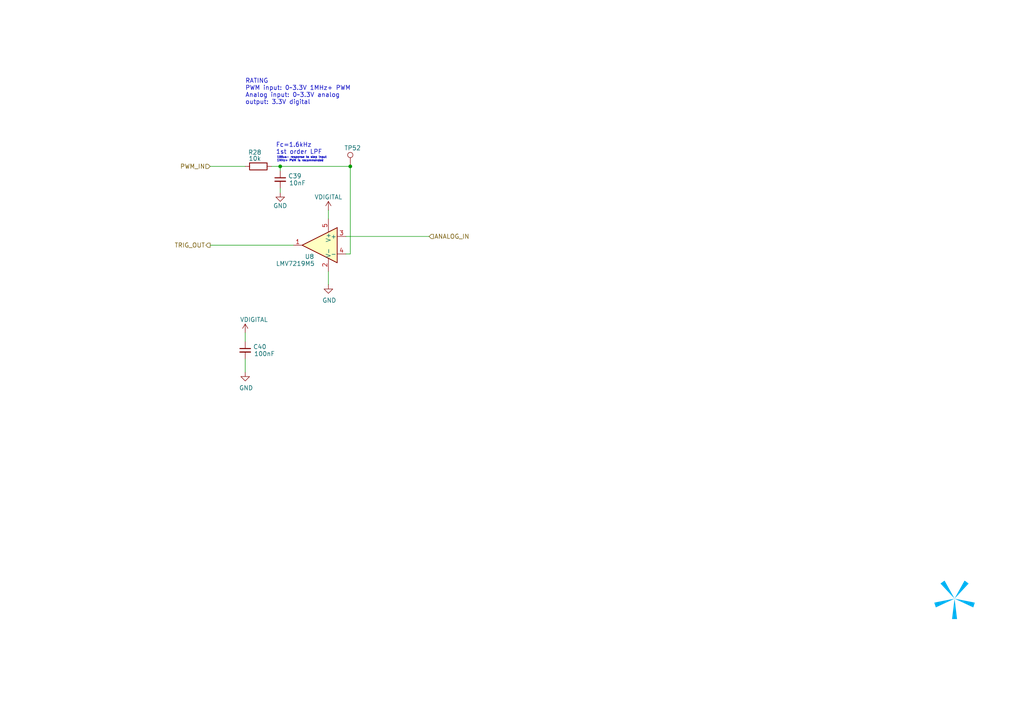
<source format=kicad_sch>
(kicad_sch (version 20231120) (generator "eeschema") (generator_version "8.0")
  (paper "A4")
  (title_block (title "CTRL-MINI-ED") (date "2024-12-11") (rev "1") (company "Spark Project") (comment 1 "Author: 夕月霞 (xyx)") (comment 2 "Electric Discharge Machining board for CTRL-MINI"))
  (lib_symbols
    (symbol "Comparator:LMV7219M5" (pin_names (offset 0.127))
      (property "Reference" "U" (at -1.27 6.35 0))
      (property "Value" "LMV7219M5" (at -1.27 3.81 0))
      (symbol "LMV7219M5_0_1"
        (polyline (pts (xy -5.08 5.08) (xy 5.08 0) (xy -5.08 -5.08) (xy -5.08 5.08)) (stroke (width 0.254)) (fill (type background)))
        (pin power_in line (at -2.54 -7.62 90) (length 3.81) (name "V-") (number "2"))
        (pin power_in line (at -2.54 7.62 270) (length 3.81) (name "V+") (number "5"))
      )
      (symbol "LMV7219M5_1_1"
        (pin output line (at 7.62 0 180) (length 2.54) (name "~") (number "1"))
        (pin input line (at -7.62 2.54 0) (length 2.54) (name "+") (number "3"))
        (pin input line (at -7.62 -2.54 0) (length 2.54) (name "-") (number "4"))
      )
    )
    (symbol "Connector:TestPoint" (pin_numbers hide) (pin_names (offset 0.762) hide)
      (property "Reference" "TP" (at 0 6.858 0))
      (property "Value" "TestPoint" (at 0 5.08 0))
      (symbol "TestPoint_0_1"
        (circle (center 0 3.302) (radius 0.762))
      )
      (symbol "TestPoint_1_1"
        (pin passive line (at 0 0 90) (length 2.54) (name "1") (number "1"))
      )
    )
    (symbol "Device:C_Small" (pin_numbers hide) (pin_names (offset 0.254) hide)
      (property "Reference" "C" (at 0.254 1.778 0))
      (property "Value" "C_Small" (at 0.254 -2.032 0))
      (symbol "C_Small_0_1"
        (polyline (pts (xy -1.524 -0.508) (xy 1.524 -0.508)) (stroke (width 0.3302)))
        (polyline (pts (xy -1.524 0.508) (xy 1.524 0.508)) (stroke (width 0.3048)))
      )
      (symbol "C_Small_1_1"
        (pin passive line (at 0 2.54 270) (length 2.032) (name "~") (number "1"))
        (pin passive line (at 0 -2.54 90) (length 2.032) (name "~") (number "2"))
      )
    )
    (symbol "Device:R" (pin_numbers hide) (pin_names (offset 0))
      (property "Reference" "R" (at 2.032 0 90))
      (property "Value" "R" (at 0 0 90))
      (symbol "R_0_1"
        (rectangle (start -1.016 -2.54) (end 1.016 2.54) (stroke (width 0.254)))
      )
      (symbol "R_1_1"
        (pin passive line (at 0 3.81 270) (length 1.27) (name "~") (number "1"))
        (pin passive line (at 0 -3.81 90) (length 1.27) (name "~") (number "2"))
      )
    )
    (symbol "power:GND" (power) (pin_numbers hide) (pin_names (offset 0) hide)
      (property "Value" "GND" (at 0 -3.81 0))
      (symbol "GND_0_1"
        (polyline (pts (xy 0 0) (xy 0 -1.27) (xy 1.27 -1.27) (xy 0 -2.54) (xy -1.27 -1.27) (xy 0 -1.27)))
      )
      (symbol "GND_1_1"
        (pin power_in line (at 0 0 270) (length 0) (name "~") (number "1"))
      )
    )
    (symbol "power:VCC" (power) (pin_numbers hide) (pin_names (offset 0) hide)
      (property "Value" "VCC" (at 0 3.556 0))
      (symbol "VCC_0_1"
        (polyline (pts (xy -0.762 1.27) (xy 0 2.54)))
        (polyline (pts (xy 0 0) (xy 0 2.54)))
        (polyline (pts (xy 0 2.54) (xy 0.762 1.27)))
      )
      (symbol "VCC_1_1"
        (pin power_in line (at 0 0 90) (length 0) (name "~") (number "1"))
      )
    )
  )
  (junction (at 81.28 48.26))
  (junction (at 101.6 48.26))
  (wire (pts (xy 78.74 48.26) (xy 81.28 48.26)))
  (wire (pts (xy 101.6 48.26) (xy 101.6 73.66)))
  (wire (pts (xy 71.12 96.52) (xy 71.12 99.06)))
  (wire (pts (xy 81.28 54.61) (xy 81.28 55.88)))
  (wire (pts (xy 124.46 68.58) (xy 100.33 68.58)))
  (wire (pts (xy 95.25 60.96) (xy 95.25 63.5)))
  (wire (pts (xy 95.25 78.74) (xy 95.25 82.55)))
  (wire (pts (xy 81.28 48.26) (xy 101.6 48.26)))
  (wire (pts (xy 60.96 48.26) (xy 71.12 48.26)))
  (wire (pts (xy 101.6 73.66) (xy 100.33 73.66)))
  (wire (pts (xy 60.96 71.12) (xy 85.09 71.12)))
  (wire (pts (xy 81.28 49.53) (xy 81.28 48.26)))
  (wire (pts (xy 71.12 104.14) (xy 71.12 107.95)))
  (image (at 276.86 173.99) (scale 1.13867))
  (text "RATING\nPWM input: 0~3.3V 1MHz+ PWM\nAnalog input: 0~3.3V analog\noutput: 3.3V digital\n" (at 71.12 26.67 0) (effects (font (size 1.27 1.27)) (justify left)))
  (text "Fc=1.6kHz\n1st order LPF" (at 80.01 43.18 0) (effects (font (size 1.27 1.27)) (justify left)))
  (text "100us- response to step input\n1MHz+ PWM is recommended" (at 80.264 46.228 0) (effects (font (size 0.6 0.6)) (justify left)))
  (hierarchical_label "PWM_IN" (shape input) (at 60.96 48.26 180))
  (hierarchical_label "TRIG_OUT" (shape output) (at 60.96 71.12 180))
  (hierarchical_label "ANALOG_IN" (shape input) (at 124.46 68.58 0))
  (symbol (lib_id "Device:C_Small") (at 71.12 101.6 0) (unit 1)
    (property "Reference" "C40" (at 73.406 100.584 0) (effects (justify left)))
    (property "Value" "100nF" (at 73.66 102.616 0) (effects (justify left)))
    (property "Footprint" "Capacitor_SMD:C_0603_1608Metric" (effects (hide yes)))
    (property "Description" "Unpolarized capacitor, small symbol" (effects (hide yes)))
    (property "LCSC" "C14663" (effects (hide yes)))
  )
  (symbol (lib_id "power:VCC") (at 71.12 96.52 0) (unit 1)
    (property "Reference" "#PWR052" (effects (hide yes)))
    (property "Value" "VDIGITAL" (at 73.66 92.71 0))
    (property "Description" "Power symbol creates a global label with name \"VCC\"" (effects (hide yes)))
  )
  (symbol (lib_id "power:GND") (at 81.28 55.88 0) (unit 1) (exclude_from_sim yes)
    (property "Reference" "#PWR049" (effects (hide yes)))
    (property "Value" "GND" (at 81.28 59.69 0))
    (property "Description" "Power symbol creates a global label with name \"GND\" , ground" (effects (hide yes)))
  )
  (symbol (lib_id "Connector:TestPoint") (at 101.6 48.26 0) (unit 1)
    (property "Reference" "TP52" (at 99.822 42.926 0) (effects (justify left)))
    (property "Value" "TestPoint" (effects (hide yes)))
    (property "Footprint" "TestPoint:TestPoint_Pad_D1.5mm" (effects (hide yes)))
    (property "Description" "test point" (effects (hide yes)))
  )
  (symbol (lib_id "Comparator:LMV7219M5") (at 92.71 71.12 0) (mirror y) (unit 1)
    (property "Reference" "U8" (at 88.392 74.422 0) (effects (justify right)))
    (property "Value" "LMV7219M5" (at 80.01 76.454 0) (effects (justify right)))
    (property "Footprint" "Package_TO_SOT_SMD:SOT-23-5" (effects (hide yes)))
    (property "Datasheet" "https://www.ti.com/lit/ds/symlink/lmv7219.pdf" (effects (hide yes)))
    (property "Description" "Single Low-Power High-Speed Push-Pull Output Comparator, SOT-23-5" (effects (hide yes)))
    (property "LCSC" "C283912" (effects (hide yes)))
  )
  (symbol (lib_id "Device:R") (at 74.93 48.26 90) (unit 1)
    (property "Reference" "R28" (at 73.914 44.196 90))
    (property "Value" "10k" (at 73.914 45.974 90))
    (property "Footprint" "Resistor_SMD:R_0603_1608Metric" (effects (hide yes)))
    (property "Description" "Resistor" (effects (hide yes)))
    (property "LCSC" "C25804" (effects (hide yes)))
  )
  (symbol (lib_id "Device:C_Small") (at 81.28 52.07 0) (unit 1)
    (property "Reference" "C39" (at 83.566 51.054 0) (effects (justify left)))
    (property "Value" "10nF" (at 83.82 53.086 0) (effects (justify left)))
    (property "Footprint" "Capacitor_SMD:C_0603_1608Metric" (effects (hide yes)))
    (property "Description" "Unpolarized capacitor, small symbol" (effects (hide yes)))
    (property "LCSC" "C57112" (effects (hide yes)))
  )
  (symbol (lib_id "power:GND") (at 71.12 107.95 0) (unit 1) (exclude_from_sim yes)
    (property "Reference" "#PWR053" (effects (hide yes)))
    (property "Value" "GND" (at 71.374 112.522 0))
    (property "Description" "Power symbol creates a global label with name \"GND\" , ground" (effects (hide yes)))
  )
  (symbol (lib_id "power:VCC") (at 95.25 60.96 0) (unit 1)
    (property "Reference" "#PWR050" (effects (hide yes)))
    (property "Value" "VDIGITAL" (at 95.25 57.15 0))
    (property "Description" "Power symbol creates a global label with name \"VCC\"" (effects (hide yes)))
  )
  (symbol (lib_id "power:GND") (at 95.25 82.55 0) (unit 1) (exclude_from_sim yes)
    (property "Reference" "#PWR051" (effects (hide yes)))
    (property "Value" "GND" (at 95.504 87.122 0))
    (property "Description" "Power symbol creates a global label with name \"GND\" , ground" (effects (hide yes)))
  )
)
</source>
